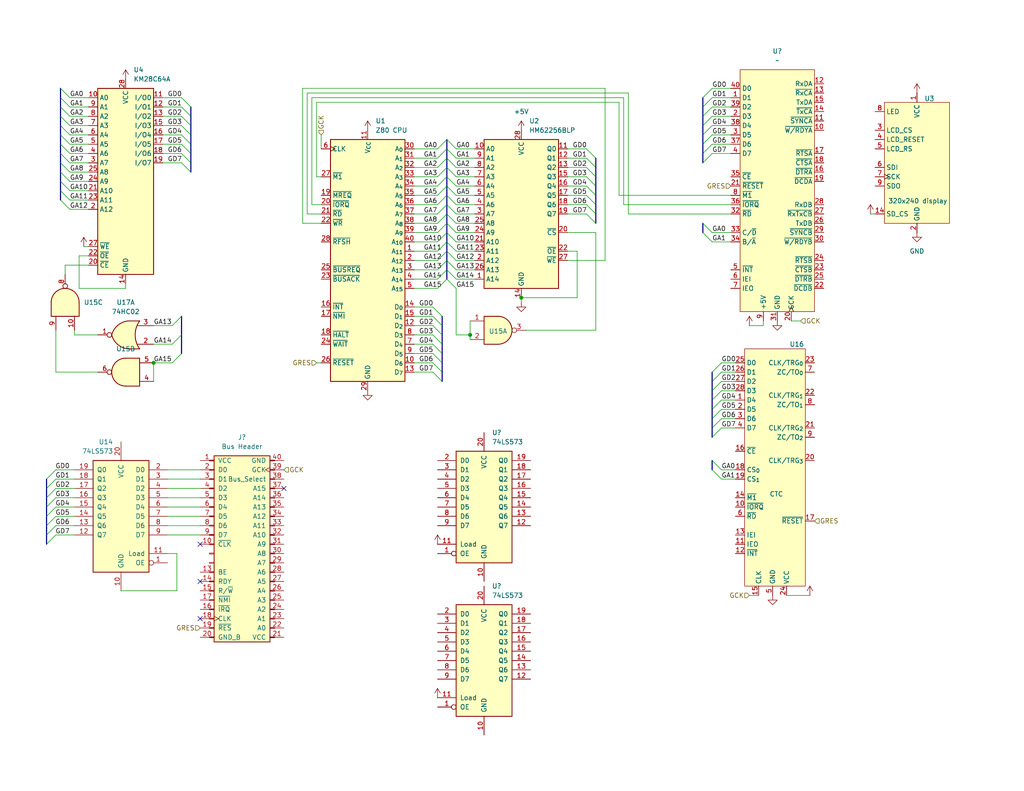
<source format=kicad_sch>
(kicad_sch (version 20250114) (generator "eeschema") (generator_version "9.0")
  (paper "A")
  (title_block (title "Big Boy") (date "2025-11-17") (rev "1"))
  (junction (at 41.91 99.06))
  (junction (at 128.27 91.44))
  (junction (at 142.24 81.28))
  (no_connect (at 54.61 158.75))
  (no_connect (at 54.61 148.59))
  (no_connect (at 54.61 168.91))
  (no_connect (at 77.47 133.35))
  (bus_entry (at 46.99 93.98) (size 2.54 -2.54))
  (bus_entry (at 118.11 88.9) (size 2.54 2.54))
  (bus_entry (at 49.53 39.37) (size 2.54 2.54))
  (bus_entry (at 196.85 114.3) (size -2.54 2.54))
  (bus_entry (at 49.53 29.21) (size 2.54 2.54))
  (bus_entry (at 15.24 143.51) (size -2.54 2.54))
  (bus_entry (at 191.77 26.67) (size 2.54 -2.54))
  (bus_entry (at 124.46 76.2) (size -2.54 -2.54))
  (bus_entry (at 191.77 63.5) (size 2.54 2.54))
  (bus_entry (at 15.24 135.89) (size -2.54 2.54))
  (bus_entry (at 119.38 43.18) (size 2.54 -2.54))
  (bus_entry (at 118.11 96.52) (size 2.54 2.54))
  (bus_entry (at 46.99 88.9) (size 2.54 -2.54))
  (bus_entry (at 16.51 26.67) (size 2.54 2.54))
  (bus_entry (at 160.02 45.72) (size 2.54 2.54))
  (bus_entry (at 119.38 78.74) (size 2.54 -2.54))
  (bus_entry (at 196.85 106.68) (size -2.54 2.54))
  (bus_entry (at 196.85 111.76) (size -2.54 2.54))
  (bus_entry (at 118.11 101.6) (size 2.54 2.54))
  (bus_entry (at 119.38 76.2) (size 2.54 -2.54))
  (bus_entry (at 121.92 60.96) (size 2.54 2.54))
  (bus_entry (at 119.38 66.04) (size 2.54 -2.54))
  (bus_entry (at 121.92 66.04) (size 2.54 2.54))
  (bus_entry (at 121.92 55.88) (size 2.54 2.54))
  (bus_entry (at 160.02 50.8) (size 2.54 2.54))
  (bus_entry (at 191.77 36.83) (size 2.54 -2.54))
  (bus_entry (at 121.92 43.18) (size 2.54 2.54))
  (bus_entry (at 15.24 133.35) (size -2.54 2.54))
  (bus_entry (at 16.51 46.99) (size 2.54 2.54))
  (bus_entry (at 16.51 39.37) (size 2.54 2.54))
  (bus_entry (at 121.92 50.8) (size 2.54 2.54))
  (bus_entry (at 121.92 45.72) (size 2.54 2.54))
  (bus_entry (at 121.92 38.1) (size 2.54 2.54))
  (bus_entry (at 49.53 26.67) (size 2.54 2.54))
  (bus_entry (at 196.85 101.6) (size -2.54 2.54))
  (bus_entry (at 16.51 52.07) (size 2.54 2.54))
  (bus_entry (at 191.77 31.75) (size 2.54 -2.54))
  (bus_entry (at 191.77 60.96) (size 2.54 2.54))
  (bus_entry (at 119.38 58.42) (size 2.54 -2.54))
  (bus_entry (at 121.92 76.2) (size 2.54 2.54))
  (bus_entry (at 49.53 36.83) (size 2.54 2.54))
  (bus_entry (at 16.51 31.75) (size 2.54 2.54))
  (bus_entry (at 119.38 50.8) (size 2.54 -2.54))
  (bus_entry (at 16.51 41.91) (size 2.54 2.54))
  (bus_entry (at 119.38 40.64) (size 2.54 -2.54))
  (bus_entry (at 16.51 24.13) (size 2.54 2.54))
  (bus_entry (at 118.11 91.44) (size 2.54 2.54))
  (bus_entry (at 49.53 41.91) (size 2.54 2.54))
  (bus_entry (at 119.38 45.72) (size 2.54 -2.54))
  (bus_entry (at 119.38 63.5) (size 2.54 -2.54))
  (bus_entry (at 15.24 130.81) (size -2.54 2.54))
  (bus_entry (at 15.24 140.97) (size -2.54 2.54))
  (bus_entry (at 121.92 68.58) (size 2.54 2.54))
  (bus_entry (at 15.24 146.05) (size -2.54 2.54))
  (bus_entry (at 121.92 58.42) (size 2.54 2.54))
  (bus_entry (at 118.11 83.82) (size 2.54 2.54))
  (bus_entry (at 160.02 55.88) (size 2.54 2.54))
  (bus_entry (at 194.31 128.27) (size 2.54 2.54))
  (bus_entry (at 16.51 49.53) (size 2.54 2.54))
  (bus_entry (at 124.46 73.66) (size -2.54 -2.54))
  (bus_entry (at 121.92 48.26) (size 2.54 2.54))
  (bus_entry (at 49.53 34.29) (size 2.54 2.54))
  (bus_entry (at 160.02 53.34) (size 2.54 2.54))
  (bus_entry (at 118.11 86.36) (size 2.54 2.54))
  (bus_entry (at 160.02 48.26) (size 2.54 2.54))
  (bus_entry (at 121.92 53.34) (size 2.54 2.54))
  (bus_entry (at 191.77 34.29) (size 2.54 -2.54))
  (bus_entry (at 160.02 40.64) (size 2.54 2.54))
  (bus_entry (at 121.92 63.5) (size 2.54 2.54))
  (bus_entry (at 16.51 54.61) (size 2.54 2.54))
  (bus_entry (at 196.85 109.22) (size -2.54 2.54))
  (bus_entry (at 46.99 99.06) (size 2.54 -2.54))
  (bus_entry (at 16.51 36.83) (size 2.54 2.54))
  (bus_entry (at 119.38 53.34) (size 2.54 -2.54))
  (bus_entry (at 16.51 34.29) (size 2.54 2.54))
  (bus_entry (at 119.38 71.12) (size 2.54 -2.54))
  (bus_entry (at 160.02 43.18) (size 2.54 2.54))
  (bus_entry (at 196.85 104.14) (size -2.54 2.54))
  (bus_entry (at 119.38 48.26) (size 2.54 -2.54))
  (bus_entry (at 196.85 116.84) (size -2.54 2.54))
  (bus_entry (at 49.53 31.75) (size 2.54 2.54))
  (bus_entry (at 191.77 29.21) (size 2.54 -2.54))
  (bus_entry (at 121.92 40.64) (size 2.54 2.54))
  (bus_entry (at 15.24 128.27) (size -2.54 2.54))
  (bus_entry (at 119.38 55.88) (size 2.54 -2.54))
  (bus_entry (at 15.24 138.43) (size -2.54 2.54))
  (bus_entry (at 118.11 93.98) (size 2.54 2.54))
  (bus_entry (at 191.77 41.91) (size 2.54 -2.54))
  (bus_entry (at 119.38 68.58) (size 2.54 -2.54))
  (bus_entry (at 118.11 99.06) (size 2.54 2.54))
  (bus_entry (at 194.31 125.73) (size 2.54 2.54))
  (bus_entry (at 49.53 44.45) (size 2.54 2.54))
  (bus_entry (at 16.51 44.45) (size 2.54 2.54))
  (bus_entry (at 191.77 44.45) (size 2.54 -2.54))
  (bus_entry (at 16.51 29.21) (size 2.54 2.54))
  (bus_entry (at 191.77 39.37) (size 2.54 -2.54))
  (bus_entry (at 119.38 73.66) (size 2.54 -2.54))
  (bus_entry (at 196.85 99.06) (size -2.54 2.54))
  (bus_entry (at 119.38 60.96) (size 2.54 -2.54))
  (bus_entry (at 160.02 58.42) (size 2.54 2.54))
  (wire (pts (xy 45.72 130.81) (xy 54.61 130.81)))
  (wire (pts (xy 26.67 101.6) (xy 15.24 101.6)))
  (wire (pts (xy 208.28 88.9) (xy 204.47 88.9)))
  (wire (pts (xy 124.46 58.42) (xy 129.54 58.42)))
  (wire (pts (xy 124.46 66.04) (xy 129.54 66.04)))
  (wire (pts (xy 143.51 90.17) (xy 162.56 90.17)))
  (wire (pts (xy 196.85 99.06) (xy 200.66 99.06)))
  (bus (pts (xy 191.77 39.37) (xy 191.77 41.91)))
  (wire (pts (xy 199.39 58.42) (xy 171.45 58.42)))
  (wire (pts (xy 41.91 88.9) (xy 46.99 88.9)))
  (bus (pts (xy 121.92 45.72) (xy 121.92 48.26)))
  (bus (pts (xy 121.92 68.58) (xy 121.92 71.12)))
  (bus (pts (xy 52.07 34.29) (xy 52.07 36.83)))
  (wire (pts (xy 41.91 99.06) (xy 41.91 104.14)))
  (bus (pts (xy 162.56 45.72) (xy 162.56 48.26)))
  (bus (pts (xy 191.77 36.83) (xy 191.77 39.37)))
  (wire (pts (xy 194.31 41.91) (xy 199.39 41.91)))
  (wire (pts (xy 86.36 27.94) (xy 168.91 27.94)))
  (wire (pts (xy 17.78 72.39) (xy 17.78 74.93)))
  (wire (pts (xy 113.03 55.88) (xy 119.38 55.88)))
  (wire (pts (xy 157.48 68.58) (xy 157.48 81.28)))
  (wire (pts (xy 154.94 53.34) (xy 160.02 53.34)))
  (bus (pts (xy 191.77 41.91) (xy 191.77 44.45)))
  (wire (pts (xy 215.9 87.63) (xy 218.44 87.63)))
  (bus (pts (xy 162.56 55.88) (xy 162.56 58.42)))
  (wire (pts (xy 45.72 133.35) (xy 54.61 133.35)))
  (bus (pts (xy 52.07 31.75) (xy 52.07 34.29)))
  (bus (pts (xy 120.65 101.6) (xy 120.65 104.14)))
  (wire (pts (xy 124.46 63.5) (xy 129.54 63.5)))
  (wire (pts (xy 113.03 48.26) (xy 119.38 48.26)))
  (wire (pts (xy 87.63 55.88) (xy 85.09 55.88)))
  (wire (pts (xy 124.46 55.88) (xy 129.54 55.88)))
  (bus (pts (xy 16.51 39.37) (xy 16.51 41.91)))
  (bus (pts (xy 121.92 73.66) (xy 121.92 76.2)))
  (wire (pts (xy 20.32 135.89) (xy 15.24 135.89)))
  (bus (pts (xy 49.53 91.44) (xy 49.53 96.52)))
  (wire (pts (xy 196.85 106.68) (xy 200.66 106.68)))
  (wire (pts (xy 113.03 78.74) (xy 119.38 78.74)))
  (wire (pts (xy 45.72 135.89) (xy 54.61 135.89)))
  (bus (pts (xy 121.92 58.42) (xy 121.92 60.96)))
  (bus (pts (xy 12.7 143.51) (xy 12.7 146.05)))
  (wire (pts (xy 142.24 82.55) (xy 142.24 81.28)))
  (wire (pts (xy 113.03 91.44) (xy 118.11 91.44)))
  (bus (pts (xy 12.7 130.81) (xy 12.7 133.35)))
  (wire (pts (xy 196.85 111.76) (xy 200.66 111.76)))
  (wire (pts (xy 168.91 53.34) (xy 199.39 53.34)))
  (wire (pts (xy 21.59 69.85) (xy 21.59 78.74)))
  (wire (pts (xy 113.03 63.5) (xy 119.38 63.5)))
  (bus (pts (xy 121.92 55.88) (xy 121.92 58.42)))
  (wire (pts (xy 19.05 29.21) (xy 24.13 29.21)))
  (wire (pts (xy 124.46 53.34) (xy 129.54 53.34)))
  (wire (pts (xy 83.82 58.42) (xy 87.63 58.42)))
  (wire (pts (xy 214.63 162.56) (xy 220.98 162.56)))
  (wire (pts (xy 113.03 99.06) (xy 118.11 99.06)))
  (wire (pts (xy 168.91 27.94) (xy 168.91 53.34)))
  (bus (pts (xy 12.7 135.89) (xy 12.7 138.43)))
  (bus (pts (xy 16.51 46.99) (xy 16.51 49.53)))
  (wire (pts (xy 113.03 73.66) (xy 119.38 73.66)))
  (wire (pts (xy 20.32 91.44) (xy 20.32 90.17)))
  (wire (pts (xy 113.03 45.72) (xy 119.38 45.72)))
  (bus (pts (xy 191.77 60.96) (xy 191.77 63.5)))
  (bus (pts (xy 120.65 93.98) (xy 120.65 96.52)))
  (bus (pts (xy 16.51 34.29) (xy 16.51 36.83)))
  (wire (pts (xy 82.55 24.13) (xy 165.1 24.13)))
  (wire (pts (xy 113.03 43.18) (xy 119.38 43.18)))
  (wire (pts (xy 19.05 49.53) (xy 24.13 49.53)))
  (wire (pts (xy 20.32 133.35) (xy 15.24 133.35)))
  (wire (pts (xy 44.45 39.37) (xy 49.53 39.37)))
  (wire (pts (xy 26.67 91.44) (xy 20.32 91.44)))
  (wire (pts (xy 20.32 146.05) (xy 15.24 146.05)))
  (wire (pts (xy 157.48 81.28) (xy 142.24 81.28)))
  (wire (pts (xy 113.03 101.6) (xy 118.11 101.6)))
  (wire (pts (xy 194.31 31.75) (xy 199.39 31.75)))
  (bus (pts (xy 194.31 104.14) (xy 194.31 106.68)))
  (wire (pts (xy 20.32 140.97) (xy 15.24 140.97)))
  (wire (pts (xy 20.32 138.43) (xy 15.24 138.43)))
  (wire (pts (xy 124.46 91.44) (xy 128.27 91.44)))
  (bus (pts (xy 120.65 96.52) (xy 120.65 99.06)))
  (wire (pts (xy 19.05 54.61) (xy 24.13 54.61)))
  (wire (pts (xy 196.85 104.14) (xy 200.66 104.14)))
  (wire (pts (xy 87.63 48.26) (xy 86.36 48.26)))
  (wire (pts (xy 170.18 55.88) (xy 199.39 55.88)))
  (wire (pts (xy 154.94 68.58) (xy 157.48 68.58)))
  (wire (pts (xy 208.28 87.63) (xy 208.28 88.9)))
  (wire (pts (xy 170.18 26.67) (xy 170.18 55.88)))
  (wire (pts (xy 44.45 29.21) (xy 49.53 29.21)))
  (wire (pts (xy 113.03 66.04) (xy 119.38 66.04)))
  (bus (pts (xy 16.51 26.67) (xy 16.51 29.21)))
  (wire (pts (xy 154.94 50.8) (xy 160.02 50.8)))
  (wire (pts (xy 22.86 67.31) (xy 24.13 67.31)))
  (bus (pts (xy 49.53 86.36) (xy 49.53 91.44)))
  (wire (pts (xy 19.05 34.29) (xy 24.13 34.29)))
  (bus (pts (xy 191.77 31.75) (xy 191.77 34.29)))
  (bus (pts (xy 121.92 63.5) (xy 121.92 66.04)))
  (wire (pts (xy 124.46 45.72) (xy 129.54 45.72)))
  (wire (pts (xy 19.05 44.45) (xy 24.13 44.45)))
  (wire (pts (xy 44.45 34.29) (xy 49.53 34.29)))
  (wire (pts (xy 20.32 143.51) (xy 15.24 143.51)))
  (bus (pts (xy 194.31 111.76) (xy 194.31 114.3)))
  (wire (pts (xy 194.31 66.04) (xy 199.39 66.04)))
  (bus (pts (xy 121.92 43.18) (xy 121.92 45.72)))
  (wire (pts (xy 19.05 31.75) (xy 24.13 31.75)))
  (wire (pts (xy 19.05 36.83) (xy 24.13 36.83)))
  (bus (pts (xy 162.56 50.8) (xy 162.56 53.34)))
  (wire (pts (xy 113.03 96.52) (xy 118.11 96.52)))
  (wire (pts (xy 196.85 116.84) (xy 200.66 116.84)))
  (bus (pts (xy 162.56 58.42) (xy 162.56 60.96)))
  (wire (pts (xy 154.94 40.64) (xy 160.02 40.64)))
  (wire (pts (xy 171.45 58.42) (xy 171.45 25.4)))
  (wire (pts (xy 194.31 36.83) (xy 199.39 36.83)))
  (wire (pts (xy 124.46 48.26) (xy 129.54 48.26)))
  (wire (pts (xy 45.72 140.97) (xy 54.61 140.97)))
  (wire (pts (xy 19.05 52.07) (xy 24.13 52.07)))
  (wire (pts (xy 20.32 130.81) (xy 15.24 130.81)))
  (bus (pts (xy 191.77 34.29) (xy 191.77 36.83)))
  (wire (pts (xy 113.03 60.96) (xy 119.38 60.96)))
  (wire (pts (xy 128.27 87.63) (xy 128.27 91.44)))
  (bus (pts (xy 194.31 116.84) (xy 194.31 119.38)))
  (wire (pts (xy 154.94 48.26) (xy 160.02 48.26)))
  (wire (pts (xy 194.31 26.67) (xy 199.39 26.67)))
  (wire (pts (xy 44.45 36.83) (xy 49.53 36.83)))
  (wire (pts (xy 196.85 109.22) (xy 200.66 109.22)))
  (wire (pts (xy 194.31 24.13) (xy 199.39 24.13)))
  (bus (pts (xy 194.31 114.3) (xy 194.31 116.84)))
  (bus (pts (xy 194.31 125.73) (xy 194.31 128.27)))
  (wire (pts (xy 154.94 58.42) (xy 160.02 58.42)))
  (wire (pts (xy 45.72 128.27) (xy 54.61 128.27)))
  (bus (pts (xy 120.65 88.9) (xy 120.65 91.44)))
  (wire (pts (xy 41.91 99.06) (xy 46.99 99.06)))
  (bus (pts (xy 16.51 41.91) (xy 16.51 44.45)))
  (wire (pts (xy 171.45 25.4) (xy 83.82 25.4)))
  (wire (pts (xy 194.31 29.21) (xy 199.39 29.21)))
  (wire (pts (xy 113.03 93.98) (xy 118.11 93.98)))
  (wire (pts (xy 45.72 138.43) (xy 54.61 138.43)))
  (wire (pts (xy 86.36 99.06) (xy 87.63 99.06)))
  (wire (pts (xy 45.72 151.13) (xy 48.26 151.13)))
  (wire (pts (xy 162.56 63.5) (xy 154.94 63.5)))
  (wire (pts (xy 124.46 73.66) (xy 129.54 73.66)))
  (bus (pts (xy 52.07 36.83) (xy 52.07 39.37)))
  (wire (pts (xy 113.03 68.58) (xy 119.38 68.58)))
  (bus (pts (xy 52.07 44.45) (xy 52.07 46.99)))
  (wire (pts (xy 21.59 78.74) (xy 34.29 78.74)))
  (wire (pts (xy 124.46 76.2) (xy 129.54 76.2)))
  (bus (pts (xy 52.07 41.91) (xy 52.07 44.45)))
  (bus (pts (xy 52.07 39.37) (xy 52.07 41.91)))
  (wire (pts (xy 19.05 57.15) (xy 24.13 57.15)))
  (wire (pts (xy 19.05 39.37) (xy 24.13 39.37)))
  (wire (pts (xy 113.03 40.64) (xy 119.38 40.64)))
  (wire (pts (xy 113.03 88.9) (xy 118.11 88.9)))
  (bus (pts (xy 16.51 29.21) (xy 16.51 31.75)))
  (wire (pts (xy 87.63 36.83) (xy 87.63 40.64)))
  (bus (pts (xy 191.77 26.67) (xy 191.77 29.21)))
  (wire (pts (xy 154.94 45.72) (xy 160.02 45.72)))
  (wire (pts (xy 154.94 43.18) (xy 160.02 43.18)))
  (wire (pts (xy 41.91 93.98) (xy 46.99 93.98)))
  (wire (pts (xy 15.24 90.17) (xy 15.24 101.6)))
  (bus (pts (xy 12.7 146.05) (xy 12.7 148.59)))
  (wire (pts (xy 83.82 25.4) (xy 83.82 58.42)))
  (bus (pts (xy 120.65 91.44) (xy 120.65 93.98)))
  (bus (pts (xy 12.7 140.97) (xy 12.7 143.51)))
  (wire (pts (xy 237.49 58.42) (xy 238.76 58.42)))
  (wire (pts (xy 196.85 128.27) (xy 200.66 128.27)))
  (wire (pts (xy 124.46 50.8) (xy 129.54 50.8)))
  (wire (pts (xy 44.45 41.91) (xy 49.53 41.91)))
  (bus (pts (xy 194.31 106.68) (xy 194.31 109.22)))
  (bus (pts (xy 121.92 60.96) (xy 121.92 63.5)))
  (wire (pts (xy 45.72 146.05) (xy 54.61 146.05)))
  (wire (pts (xy 154.94 55.88) (xy 160.02 55.88)))
  (bus (pts (xy 16.51 36.83) (xy 16.51 39.37)))
  (wire (pts (xy 124.46 40.64) (xy 129.54 40.64)))
  (wire (pts (xy 162.56 63.5) (xy 162.56 90.17)))
  (bus (pts (xy 16.51 49.53) (xy 16.51 52.07)))
  (wire (pts (xy 165.1 24.13) (xy 165.1 71.12)))
  (bus (pts (xy 52.07 29.21) (xy 52.07 31.75)))
  (bus (pts (xy 12.7 133.35) (xy 12.7 135.89)))
  (bus (pts (xy 162.56 43.18) (xy 162.56 45.72)))
  (bus (pts (xy 162.56 48.26) (xy 162.56 50.8)))
  (wire (pts (xy 113.03 71.12) (xy 119.38 71.12)))
  (wire (pts (xy 44.45 31.75) (xy 49.53 31.75)))
  (wire (pts (xy 85.09 26.67) (xy 170.18 26.67)))
  (bus (pts (xy 120.65 99.06) (xy 120.65 101.6)))
  (wire (pts (xy 128.27 91.44) (xy 128.27 92.71)))
  (bus (pts (xy 162.56 53.34) (xy 162.56 55.88)))
  (bus (pts (xy 194.31 101.6) (xy 194.31 104.14)))
  (wire (pts (xy 194.31 63.5) (xy 199.39 63.5)))
  (wire (pts (xy 24.13 69.85) (xy 21.59 69.85)))
  (wire (pts (xy 20.32 128.27) (xy 15.24 128.27)))
  (wire (pts (xy 44.45 26.67) (xy 49.53 26.67)))
  (bus (pts (xy 121.92 40.64) (xy 121.92 43.18)))
  (bus (pts (xy 16.51 31.75) (xy 16.51 34.29)))
  (wire (pts (xy 85.09 55.88) (xy 85.09 26.67)))
  (wire (pts (xy 196.85 101.6) (xy 200.66 101.6)))
  (wire (pts (xy 124.46 71.12) (xy 129.54 71.12)))
  (bus (pts (xy 191.77 29.21) (xy 191.77 31.75)))
  (wire (pts (xy 86.36 48.26) (xy 86.36 27.94)))
  (bus (pts (xy 16.51 24.13) (xy 16.51 26.67)))
  (wire (pts (xy 165.1 71.12) (xy 154.94 71.12)))
  (bus (pts (xy 12.7 138.43) (xy 12.7 140.97)))
  (wire (pts (xy 33.02 161.29) (xy 48.26 161.29)))
  (wire (pts (xy 204.47 162.56) (xy 207.01 162.56)))
  (wire (pts (xy 124.46 91.44) (xy 124.46 78.74)))
  (bus (pts (xy 16.51 52.07) (xy 16.51 54.61)))
  (wire (pts (xy 19.05 41.91) (xy 24.13 41.91)))
  (bus (pts (xy 121.92 71.12) (xy 121.92 73.66)))
  (wire (pts (xy 24.13 72.39) (xy 17.78 72.39)))
  (wire (pts (xy 196.85 130.81) (xy 200.66 130.81)))
  (bus (pts (xy 194.31 109.22) (xy 194.31 111.76)))
  (wire (pts (xy 19.05 46.99) (xy 24.13 46.99)))
  (wire (pts (xy 82.55 60.96) (xy 82.55 24.13)))
  (wire (pts (xy 124.46 68.58) (xy 129.54 68.58)))
  (wire (pts (xy 124.46 60.96) (xy 129.54 60.96)))
  (bus (pts (xy 121.92 53.34) (xy 121.92 55.88)))
  (wire (pts (xy 194.31 34.29) (xy 199.39 34.29)))
  (wire (pts (xy 48.26 151.13) (xy 48.26 161.29)))
  (wire (pts (xy 194.31 39.37) (xy 199.39 39.37)))
  (wire (pts (xy 82.55 60.96) (xy 87.63 60.96)))
  (bus (pts (xy 121.92 50.8) (xy 121.92 53.34)))
  (wire (pts (xy 34.29 78.74) (xy 34.29 77.47)))
  (bus (pts (xy 120.65 86.36) (xy 120.65 88.9)))
  (wire (pts (xy 45.72 143.51) (xy 54.61 143.51)))
  (bus (pts (xy 121.92 66.04) (xy 121.92 68.58)))
  (wire (pts (xy 113.03 86.36) (xy 118.11 86.36)))
  (wire (pts (xy 113.03 83.82) (xy 118.11 83.82)))
  (wire (pts (xy 124.46 43.18) (xy 129.54 43.18)))
  (bus (pts (xy 16.51 44.45) (xy 16.51 46.99)))
  (bus (pts (xy 121.92 48.26) (xy 121.92 50.8)))
  (wire (pts (xy 113.03 50.8) (xy 119.38 50.8)))
  (bus (pts (xy 121.92 38.1) (xy 121.92 40.64)))
  (wire (pts (xy 19.05 26.67) (xy 24.13 26.67)))
  (wire (pts (xy 113.03 76.2) (xy 119.38 76.2)))
  (wire (pts (xy 113.03 53.34) (xy 119.38 53.34)))
  (wire (pts (xy 196.85 114.3) (xy 200.66 114.3)))
  (wire (pts (xy 44.45 44.45) (xy 49.53 44.45)))
  (wire (pts (xy 113.03 58.42) (xy 119.38 58.42)))
  (label "GD0" (at 45.72 26.67 0))
  (label "GD5" (at 194.31 36.83 0))
  (label "GD2" (at 114.3 88.9 0))
  (label "GA8" (at 115.57 60.96 0))
  (label "GA9" (at 115.57 63.5 0))
  (label "GA4" (at 115.57 50.8 0))
  (label "GA5" (at 115.57 53.34 0))
  (label "GA7" (at 115.57 58.42 0))
  (label "GA6" (at 115.57 55.88 0))
  (label "GA2" (at 115.57 45.72 0))
  (label "GA3" (at 115.57 48.26 0))
  (label "GA0" (at 115.57 40.64 0))
  (label "GA1" (at 115.57 43.18 0))
  (label "GA12" (at 115.57 71.12 0))
  (label "GA11" (at 115.57 68.58 0))
  (label "GA10" (at 115.57 66.04 0))
  (label "GA15" (at 115.57 78.74 0))
  (label "GA13" (at 115.57 73.66 0))
  (label "GA14" (at 115.57 76.2 0))
  (label "GA1" (at 196.85 130.81 0))
  (label "GA0" (at 196.85 128.27 0))
  (label "GD6" (at 156.21 55.88 0))
  (label "GA14" (at 124.46 76.2 0))
  (label "GA4" (at 19.05 36.83 0))
  (label "GA0" (at 194.31 63.5 0))
  (label "GD2" (at 19.05 133.35 180))
  (label "GD2" (at 196.85 104.14 0))
  (label "GD3" (at 196.85 106.68 0))
  (label "GD6" (at 114.3 99.06 0))
  (label "GD1" (at 156.21 43.18 0))
  (label "GD3" (at 45.72 34.29 0))
  (label "GD7" (at 196.85 116.84 0))
  (label "GD7" (at 114.3 101.6 0))
  (label "GD5" (at 196.85 111.76 0))
  (label "GA15" (at 124.46 78.74 0))
  (label "GD2" (at 45.72 31.75 0))
  (label "GA1" (at 19.05 29.21 0))
  (label "GA4" (at 124.46 50.8 0))
  (label "GA5" (at 19.05 39.37 0))
  (label "GA2" (at 19.05 31.75 0))
  (label "GA12" (at 124.46 71.12 0))
  (label "GD7" (at 156.21 58.42 0))
  (label "GA9" (at 124.46 63.5 0))
  (label "GD1" (at 19.05 130.81 180))
  (label "GD1" (at 196.85 101.6 0))
  (label "GD6" (at 196.85 114.3 0))
  (label "GD5" (at 45.72 39.37 0))
  (label "GD5" (at 19.05 140.97 180))
  (label "GA15" (at 41.91 99.06 0))
  (label "GD3" (at 194.31 31.75 0))
  (label "GA2" (at 124.46 45.72 0))
  (label "GA3" (at 19.05 34.29 0))
  (label "GD6" (at 194.31 39.37 0))
  (label "GA11" (at 124.46 68.58 0))
  (label "GA1" (at 194.31 66.04 0))
  (label "GA3" (at 124.46 48.26 0))
  (label "GA13" (at 124.46 73.66 0))
  (label "GD4" (at 156.21 50.8 0))
  (label "GD0" (at 114.3 83.82 0))
  (label "GA6" (at 124.46 55.88 0))
  (label "GA10" (at 19.05 52.07 0))
  (label "GA9" (at 19.05 49.53 0))
  (label "GA0" (at 124.46 40.64 0))
  (label "GD0" (at 156.21 40.64 0))
  (label "GD7" (at 194.31 41.91 0))
  (label "GA1" (at 124.46 43.18 0))
  (label "GD4" (at 196.85 109.22 0))
  (label "GD4" (at 19.05 138.43 180))
  (label "GD1" (at 45.72 29.21 0))
  (label "GA11" (at 19.05 54.61 0))
  (label "GD6" (at 19.05 143.51 180))
  (label "GD5" (at 156.21 53.34 0))
  (label "GD0" (at 196.85 99.06 0))
  (label "GD1" (at 194.31 26.67 0))
  (label "GA12" (at 19.05 57.15 0))
  (label "GA8" (at 19.05 46.99 0))
  (label "GD5" (at 114.3 96.52 0))
  (label "GA6" (at 19.05 41.91 0))
  (label "GD0" (at 19.05 128.27 180))
  (label "GA8" (at 124.46 60.96 0))
  (label "GA5" (at 124.46 53.34 0))
  (label "GD7" (at 45.72 44.45 0))
  (label "GD0" (at 194.31 24.13 0))
  (label "GD3" (at 156.21 48.26 0))
  (label "GD6" (at 45.72 41.91 0))
  (label "GA7" (at 124.46 58.42 0))
  (label "GA10" (at 124.46 66.04 0))
  (label "GA0" (at 19.05 26.67 0))
  (label "GD7" (at 19.05 146.05 180))
  (label "GD3" (at 114.3 91.44 0))
  (label "GA14" (at 41.91 93.98 0))
  (label "GD2" (at 156.21 45.72 0))
  (label "GD1" (at 114.3 86.36 0))
  (label "GD3" (at 19.05 135.89 180))
  (label "GD4" (at 45.72 36.83 0))
  (label "GA7" (at 19.05 44.45 0))
  (label "GA13" (at 41.91 88.9 0))
  (label "GD2" (at 194.31 29.21 0))
  (label "GD4" (at 194.31 34.29 0))
  (label "GD4" (at 114.3 93.98 0))
  (hierarchical_label "GRES" (shape input) (at 199.39 50.8 180))
  (hierarchical_label "GRES" (shape input) (at 86.36 99.06 180))
  (hierarchical_label "GRES" (shape input) (at 54.61 171.45 180))
  (hierarchical_label "GCK" (shape input) (at 87.63 36.83 90))
  (hierarchical_label "GRES" (shape input) (at 222.25 142.24 0))
  (hierarchical_label "GCK" (shape input) (at 77.47 128.27 0))
  (hierarchical_label "GCK" (shape input) (at 218.44 87.63 0))
  (hierarchical_label "GCK" (shape input) (at 204.47 162.56 180))
  (symbol (lib_id "Memory_EEPROM:KM28C64A") (at 34.29 49.53 0) (unit 1)
    (property "Reference" "U4" (at 36.4333 19.05 0) (effects (justify left)))
    (property "Value" "KM28C64A" (at 36.4333 21.59 0) (effects (justify left)))
    (property "Footprint" "Package_DIP:DIP-28_W15.24mm" (effects (hide yes)))
    (property "Datasheet" "https://tvsat.com.pl/PDF/K/km28c64_sam.pdf" (effects (hide yes)))
    (property "Description" "EEPROM 8K x 8, 5V, Not  in Production, DIP-28" (effects (hide yes)))
    (property "Note" "8K ROM for GPU programming" (effects (hide yes)))
  )
  (symbol (lib_id "Board Connectors:Generic Board Connector") (at 66.04 123.19 0) (unit 1)
    (property "Reference" "J?" (at 66.04 119.38 0))
    (property "Value" "Bus Header" (at 66.04 121.92 0))
    (property "Footprint" "Connector_PinHeader_2.54mm:PinHeader_2x20_P2.54mm_Vertical" (effects (hide yes)))
    (property "Description" "Generic connector, double row, 02x20, counter clockwise pin numbering scheme (similar to DIP package numbering), script generated (kicad-library-utils/schlib/autogen/connector/)" (effects (hide yes)))
  )
  (symbol (lib_id "power:GND") (at 142.24 82.55 0) (unit 1)
    (property "Reference" "#PWR?" (effects (hide yes)))
    (property "Value" "GND" (effects (hide yes)))
    (property "Description" "Power symbol creates a global label with name \"GND\" , ground" (effects (hide yes)))
  )
  (symbol (lib_id "CPU:Z084000xP") (at 100.33 71.12 0) (unit 1)
    (property "Reference" "U1" (at 102.4733 33.02 0) (effects (justify left)))
    (property "Value" "Z80 CPU" (at 102.4733 35.56 0) (effects (justify left)))
    (property "Footprint" "Package_DIP:DIP-40_W15.24mm" (effects (hide yes)))
    (property "Datasheet" "https://archive.org/details/zilog-z-8400" (effects (hide yes)))
    (property "Description" "8-bit General Purpose Microprocessor, 8-bit data bus, 16-bit address bus, 4 / 6.17 / 8 MHz, DIP-40 (600 mil)" (effects (hide yes)))
  )
  (symbol (lib_id "power:+5V") (at 237.49 58.42 0) (unit 1)
    (property "Reference" "#PWR059" (effects (hide yes)))
    (property "Value" "+5V" (effects (hide yes)))
    (property "Description" "Power symbol creates a global label with name \"+5V\"" (effects (hide yes)))
  )
  (symbol (lib_id "Board Connectors:Z80_CTC") (at 210.82 91.44 0) (unit 1)
    (property "Reference" "U16" (at 217.424 93.98 0))
    (property "Value" "CTC" (at 211.836 134.874 0))
    (property "Footprint" "Package_DIP:DIP-28_W7.62mm_Socket" (effects (hide yes)))
  )
  (symbol (lib_id "Memory_RAM:HM62256BLP") (at 142.24 58.42 0) (unit 1)
    (property "Reference" "U2" (at 144.3833 33.02 0) (effects (justify left)))
    (property "Value" "HM62256BLP" (at 144.3833 35.56 0) (effects (justify left)))
    (property "Footprint" "Package_DIP:DIP-28_W15.24mm" (effects (hide yes)))
    (property "Datasheet" "https://web.mit.edu/6.115/www/document/62256.pdf" (effects (hide yes)))
    (property "Description" "32,768-word × 8-bit High Speed CMOS Static RAM, 70ns, DIP-28" (effects (hide yes)))
  )
  (symbol (lib_id "74xx:74LS573") (at 33.02 140.97 0) (mirror y) (unit 1)
    (property "Reference" "U14" (at 30.8767 120.65 0) (effects (justify left)))
    (property "Value" "74LS573" (at 30.8767 123.19 0) (effects (justify left)))
    (property "Datasheet" "74xx/74hc573.pdf" (effects (hide yes)))
    (property "Description" "8-bit Latch 3-state outputs" (effects (hide yes)))
  )
  (symbol (lib_id "power:+5V") (at 204.47 88.9 0) (unit 1)
    (property "Reference" "#PWR?" (effects (hide yes)))
    (property "Value" "+5V" (effects (hide yes)))
    (property "Description" "Power symbol creates a global label with name \"+5V\"" (effects (hide yes)))
  )
  (symbol (lib_id "power:+5V") (at 220.98 162.56 0) (unit 1)
    (property "Reference" "#PWR057" (effects (hide yes)))
    (property "Value" "+5V" (effects (hide yes)))
    (property "Description" "Power symbol creates a global label with name \"+5V\"" (effects (hide yes)))
  )
  (symbol (lib_id "power:+5V") (at 250.19 25.4 0) (unit 1)
    (property "Reference" "#PWR?" (effects (hide yes)))
    (property "Value" "+5V" (effects (hide yes)))
    (property "Description" "Power symbol creates a global label with name \"+5V\"" (effects (hide yes)))
  )
  (symbol (lib_id "power:GND") (at 100.33 106.68 0) (unit 1)
    (property "Reference" "#PWR?" (effects (hide yes)))
    (property "Value" "GND" (effects (hide yes)))
    (property "Description" "Power symbol creates a global label with name \"GND\" , ground" (effects (hide yes)))
  )
  (symbol (lib_id "74xx:74HC00") (at 135.89 90.17 0) (unit 1)
    (property "Reference" "U15" (at 135.89 90.424 0))
    (property "Value" "74HC00" (effects (hide yes)))
    (property "Datasheet" "http://www.ti.com/lit/gpn/sn74hc00" (effects (hide yes)))
    (property "Description" "quad 2-input NAND gate" (effects (hide yes)))
  )
  (symbol (lib_id "74xx:74HC00") (at 34.29 101.6 180) (unit 2)
    (property "Reference" "U15" (at 34.2983 95.25 0))
    (property "Value" "74HC00" (effects (hide yes)))
    (property "Datasheet" "http://www.ti.com/lit/gpn/sn74hc00" (effects (hide yes)))
    (property "Description" "quad 2-input NAND gate" (effects (hide yes)))
  )
  (symbol (lib_id "74xx:74HC00") (at 17.78 82.55 90) (unit 3)
    (property "Reference" "U15" (at 22.86 82.5582 90) (effects (justify right)))
    (property "Value" "74HC00" (effects (hide yes)))
    (property "Datasheet" "http://www.ti.com/lit/gpn/sn74hc00" (effects (hide yes)))
    (property "Description" "quad 2-input NAND gate" (effects (hide yes)))
  )
  (symbol (lib_id "power:GND") (at 210.82 162.56 0) (unit 1)
    (property "Reference" "#PWR056" (effects (hide yes)))
    (property "Value" "GND" (effects (hide yes)))
    (property "Description" "Power symbol creates a global label with name \"GND\" , ground" (effects (hide yes)))
  )
  (symbol (lib_id "74xx:74LS573") (at 132.08 138.43 0) (unit 1)
    (property "Reference" "U?" (at 134.2233 118.11 0) (effects (justify left)))
    (property "Value" "74LS573" (at 134.2233 120.65 0) (effects (justify left)))
    (property "Datasheet" "74xx/74hc573.pdf" (effects (hide yes)))
    (property "Description" "8-bit Latch 3-state outputs" (effects (hide yes)))
  )
  (symbol (lib_id "power:+5V") (at 119.38 190.5 0) (unit 1)
    (property "Reference" "#PWR?" (effects (hide yes)))
    (property "Value" "+5V" (effects (hide yes)))
    (property "Description" "Power symbol creates a global label with name \"+5V\"" (effects (hide yes)))
  )
  (symbol (lib_id "power:+5V") (at 142.24 35.56 0) (unit 1)
    (property "Reference" "#PWR?" (effects (hide yes)))
    (property "Value" "+5V" (at 142.24 30.48 0))
    (property "Description" "Power symbol creates a global label with name \"+5V\"" (effects (hide yes)))
  )
  (symbol (lib_id "74xx:74LS573") (at 132.08 180.34 0) (unit 1)
    (property "Reference" "U?" (at 134.2233 160.02 0) (effects (justify left)))
    (property "Value" "74LS573" (at 134.2233 162.56 0) (effects (justify left)))
    (property "Datasheet" "74xx/74hc573.pdf" (effects (hide yes)))
    (property "Description" "8-bit Latch 3-state outputs" (effects (hide yes)))
  )
  (symbol (lib_id "Board Connectors:Z80_SIO") (at 212.09 19.05 0) (unit 1)
    (property "Reference" "U?" (at 212.09 13.97 0))
    (property "Value" "~" (at 212.09 16.51 0))
    (property "Footprint" "Package_DIP:DIP-40_W15.24mm_Socket" (effects (hide yes)))
  )
  (symbol (lib_id "power:GND") (at 250.19 63.5 0) (unit 1)
    (property "Reference" "#PWR?" (effects (hide yes)))
    (property "Value" "GND" (at 250.19 68.58 0))
    (property "Description" "Power symbol creates a global label with name \"GND\" , ground" (effects (hide yes)))
  )
  (symbol (lib_id "Board Connectors:MSP2833") (at 250.19 26.67 0) (unit 1)
    (property "Reference" "U3" (at 252.222 26.924 0) (effects (justify left)))
    (property "Value" "320x240 display" (at 242.316 54.864 0) (effects (justify left)))
  )
  (symbol (lib_id "74xx:74HC02") (at 34.29 91.44 180) (unit 1)
    (property "Reference" "U17" (at 34.29 82.55 0))
    (property "Value" "74HC02" (at 34.29 85.09 0))
    (property "Datasheet" "http://www.ti.com/lit/gpn/sn74hc02" (effects (hide yes)))
    (property "Description" "quad 2-input NOR gate" (effects (hide yes)))
  )
  (symbol (lib_id "power:+5V") (at 34.29 21.59 0) (unit 1)
    (property "Reference" "#PWR02" (effects (hide yes)))
    (property "Value" "+5V" (effects (hide yes)))
    (property "Description" "Power symbol creates a global label with name \"+5V\"" (effects (hide yes)))
  )
  (symbol (lib_id "power:+5V") (at 22.86 67.31 0) (unit 1)
    (property "Reference" "#PWR02" (effects (hide yes)))
    (property "Value" "+5V" (effects (hide yes)))
    (property "Description" "Power symbol creates a global label with name \"+5V\"" (effects (hide yes)))
  )
  (symbol (lib_id "power:GND") (at 212.09 87.63 0) (unit 1)
    (property "Reference" "#PWR?" (effects (hide yes)))
    (property "Value" "GND" (effects (hide yes)))
    (property "Description" "Power symbol creates a global label with name \"GND\" , ground" (effects (hide yes)))
  )
  (symbol (lib_id "power:+5V") (at 100.33 35.56 0) (unit 1)
    (property "Reference" "#PWR?" (effects (hide yes)))
    (property "Value" "+5V" (effects (hide yes)))
    (property "Description" "Power symbol creates a global label with name \"+5V\"" (effects (hide yes)))
  )
  (symbol (lib_id "power:+5V") (at 119.38 148.59 0) (unit 1)
    (property "Reference" "#PWR01" (effects (hide yes)))
    (property "Value" "+5V" (effects (hide yes)))
    (property "Description" "Power symbol creates a global label with name \"+5V\"" (effects (hide yes)))
  )
)
</source>
